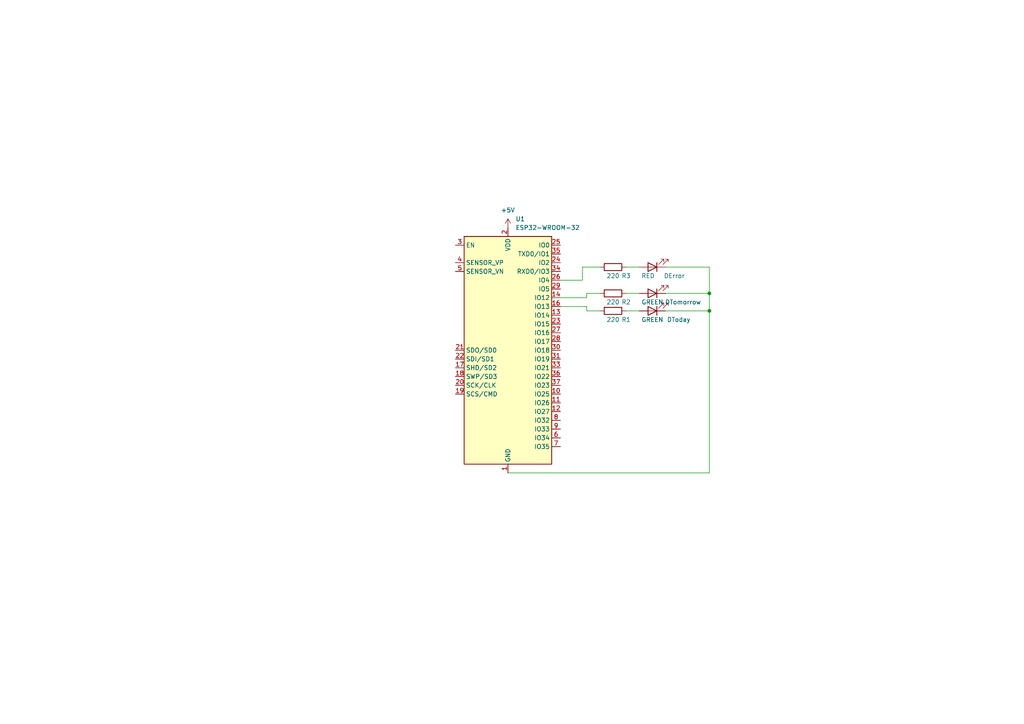
<source format=kicad_sch>
(kicad_sch (version 20230121) (generator eeschema)
  (paper "A4")
  (lib_symbols
    (symbol "Device:LED" (pin_numbers hide) (pin_names (offset 1.016) hide)
      (property "Reference" "D" (at 0 2.54 0))
      (property "Value" "LED" (at 0 -2.54 0))
      (symbol "LED_0_1"
        (polyline (pts (xy -1.27 -1.27) (xy -1.27 1.27)) (stroke (width 0.254)))
        (polyline (pts (xy -1.27 0) (xy 1.27 0)))
        (polyline (pts (xy 1.27 -1.27) (xy 1.27 1.27) (xy -1.27 0) (xy 1.27 -1.27)) (stroke (width 0.254)))
        (polyline (pts (xy -3.048 -0.762) (xy -4.572 -2.286) (xy -3.81 -2.286) (xy -4.572 -2.286) (xy -4.572 -1.524)))
        (polyline (pts (xy -1.778 -0.762) (xy -3.302 -2.286) (xy -2.54 -2.286) (xy -3.302 -2.286) (xy -3.302 -1.524)))
      )
      (symbol "LED_1_1"
        (pin passive line (at -3.81 0 0) (length 2.54) (name "K") (number "1"))
        (pin passive line (at 3.81 0 180) (length 2.54) (name "A") (number "2"))
      )
    )
    (symbol "Device:R" (pin_numbers hide) (pin_names (offset 0))
      (property "Reference" "R" (at 2.032 0 90))
      (property "Value" "R" (at 0 0 90))
      (symbol "R_0_1"
        (rectangle (start -1.016 -2.54) (end 1.016 2.54) (stroke (width 0.254)))
      )
      (symbol "R_1_1"
        (pin passive line (at 0 3.81 270) (length 1.27) (name "~") (number "1"))
        (pin passive line (at 0 -3.81 90) (length 1.27) (name "~") (number "2"))
      )
    )
    (symbol "RF_Module:ESP32-WROOM-32"
      (property "Reference" "U" (at -12.7 34.29 0))
      (property "Value" "ESP32-WROOM-32" (at 1.27 34.29 0))
      (symbol "ESP32-WROOM-32_0_1"
        (rectangle (start -12.7 33.02) (end 12.7 -33.02) (stroke (width 0.254)) (fill (type background)))
      )
      (symbol "ESP32-WROOM-32_1_1"
        (pin power_in line (at 0 -35.56 90) (length 2.54) (name "GND") (number "1"))
        (pin bidirectional line (at 15.24 -12.7 180) (length 2.54) (name "IO25") (number "10"))
        (pin bidirectional line (at 15.24 -15.24 180) (length 2.54) (name "IO26") (number "11"))
        (pin bidirectional line (at 15.24 -17.78 180) (length 2.54) (name "IO27") (number "12"))
        (pin bidirectional line (at 15.24 10.16 180) (length 2.54) (name "IO14") (number "13"))
        (pin bidirectional line (at 15.24 15.24 180) (length 2.54) (name "IO12") (number "14"))
        (pin passive line (at 0 -35.56 90) (length 2.54) hide (name "GND") (number "15"))
        (pin bidirectional line (at 15.24 12.7 180) (length 2.54) (name "IO13") (number "16"))
        (pin bidirectional line (at -15.24 -5.08 0) (length 2.54) (name "SHD/SD2") (number "17"))
        (pin bidirectional line (at -15.24 -7.62 0) (length 2.54) (name "SWP/SD3") (number "18"))
        (pin bidirectional line (at -15.24 -12.7 0) (length 2.54) (name "SCS/CMD") (number "19"))
        (pin power_in line (at 0 35.56 270) (length 2.54) (name "VDD") (number "2"))
        (pin bidirectional line (at -15.24 -10.16 0) (length 2.54) (name "SCK/CLK") (number "20"))
        (pin bidirectional line (at -15.24 0 0) (length 2.54) (name "SDO/SD0") (number "21"))
        (pin bidirectional line (at -15.24 -2.54 0) (length 2.54) (name "SDI/SD1") (number "22"))
        (pin bidirectional line (at 15.24 7.62 180) (length 2.54) (name "IO15") (number "23"))
        (pin bidirectional line (at 15.24 25.4 180) (length 2.54) (name "IO2") (number "24"))
        (pin bidirectional line (at 15.24 30.48 180) (length 2.54) (name "IO0") (number "25"))
        (pin bidirectional line (at 15.24 20.32 180) (length 2.54) (name "IO4") (number "26"))
        (pin bidirectional line (at 15.24 5.08 180) (length 2.54) (name "IO16") (number "27"))
        (pin bidirectional line (at 15.24 2.54 180) (length 2.54) (name "IO17") (number "28"))
        (pin bidirectional line (at 15.24 17.78 180) (length 2.54) (name "IO5") (number "29"))
        (pin input line (at -15.24 30.48 0) (length 2.54) (name "EN") (number "3"))
        (pin bidirectional line (at 15.24 0 180) (length 2.54) (name "IO18") (number "30"))
        (pin bidirectional line (at 15.24 -2.54 180) (length 2.54) (name "IO19") (number "31"))
        (pin no_connect line (at -12.7 -27.94 0) (length 2.54) hide (name "NC") (number "32"))
        (pin bidirectional line (at 15.24 -5.08 180) (length 2.54) (name "IO21") (number "33"))
        (pin bidirectional line (at 15.24 22.86 180) (length 2.54) (name "RXD0/IO3") (number "34"))
        (pin bidirectional line (at 15.24 27.94 180) (length 2.54) (name "TXD0/IO1") (number "35"))
        (pin bidirectional line (at 15.24 -7.62 180) (length 2.54) (name "IO22") (number "36"))
        (pin bidirectional line (at 15.24 -10.16 180) (length 2.54) (name "IO23") (number "37"))
        (pin passive line (at 0 -35.56 90) (length 2.54) hide (name "GND") (number "38"))
        (pin passive line (at 0 -35.56 90) (length 2.54) hide (name "GND") (number "39"))
        (pin input line (at -15.24 25.4 0) (length 2.54) (name "SENSOR_VP") (number "4"))
        (pin input line (at -15.24 22.86 0) (length 2.54) (name "SENSOR_VN") (number "5"))
        (pin input line (at 15.24 -25.4 180) (length 2.54) (name "IO34") (number "6"))
        (pin input line (at 15.24 -27.94 180) (length 2.54) (name "IO35") (number "7"))
        (pin bidirectional line (at 15.24 -20.32 180) (length 2.54) (name "IO32") (number "8"))
        (pin bidirectional line (at 15.24 -22.86 180) (length 2.54) (name "IO33") (number "9"))
      )
    )
    (symbol "power:+5V" (power) (pin_names (offset 0))
      (property "Value" "+5V" (at 0 3.556 0))
      (symbol "+5V_0_1"
        (polyline (pts (xy -0.762 1.27) (xy 0 2.54)))
        (polyline (pts (xy 0 0) (xy 0 2.54)))
        (polyline (pts (xy 0 2.54) (xy 0.762 1.27)))
      )
      (symbol "+5V_1_1"
        (pin power_in line (at 0 0 90) (length 0) hide (name "+5V") (number "1"))
      )
    )
  )
  (junction (at 205.74 85.09))
  (junction (at 205.74 90.17))
  (wire (pts (xy 205.74 77.47) (xy 193.04 77.47)))
  (wire (pts (xy 162.56 81.28) (xy 168.91 81.28)))
  (wire (pts (xy 162.56 86.36) (xy 170.18 86.36)))
  (wire (pts (xy 193.04 90.17) (xy 205.74 90.17)))
  (wire (pts (xy 205.74 137.16) (xy 147.32 137.16)))
  (wire (pts (xy 170.18 88.9) (xy 170.18 90.17)))
  (wire (pts (xy 168.91 77.47) (xy 173.99 77.47)))
  (wire (pts (xy 205.74 90.17) (xy 205.74 85.09)))
  (wire (pts (xy 205.74 90.17) (xy 205.74 137.16)))
  (wire (pts (xy 205.74 85.09) (xy 205.74 77.47)))
  (wire (pts (xy 181.61 77.47) (xy 185.42 77.47)))
  (wire (pts (xy 170.18 85.09) (xy 173.99 85.09)))
  (wire (pts (xy 168.91 81.28) (xy 168.91 77.47)))
  (wire (pts (xy 181.61 90.17) (xy 185.42 90.17)))
  (wire (pts (xy 193.04 85.09) (xy 205.74 85.09)))
  (wire (pts (xy 181.61 85.09) (xy 185.42 85.09)))
  (wire (pts (xy 170.18 86.36) (xy 170.18 85.09)))
  (wire (pts (xy 170.18 90.17) (xy 173.99 90.17)))
  (wire (pts (xy 162.56 88.9) (xy 170.18 88.9)))
  (symbol (lib_id "Device:R") (at 177.8 90.17 90) (unit 1)
    (property "Reference" "R1" (at 181.61 92.71 90))
    (property "Value" "220" (at 177.8 92.71 90))
  )
  (symbol (lib_id "Device:LED") (at 189.23 85.09 180) (unit 1)
    (property "Reference" "DTomorrow" (at 198.12 87.63 0))
    (property "Value" "GREEN" (at 189.23 87.63 0))
  )
  (symbol (lib_id "RF_Module:ESP32-WROOM-32") (at 147.32 101.6 0) (unit 1)
    (property "Reference" "U1" (at 149.5141 63.5 0) (effects (justify left)))
    (property "Value" "ESP32-WROOM-32" (at 149.5141 66.04 0) (effects (justify left)))
    (property "Footprint" "RF_Module:ESP32-WROOM-32" (effects hide))
    (property "Datasheet" "https://www.espressif.com/sites/default/files/documentation/esp32-wroom-32_datasheet_en.pdf" (effects hide))
  )
  (symbol (lib_id "power:+5V") (at 147.32 66.04 0) (unit 1)
    (property "Reference" "#PWR01" (effects hide))
    (property "Value" "+5V" (at 147.32 60.96 0))
  )
  (symbol (lib_id "Device:LED") (at 189.23 77.47 180) (unit 1)
    (property "Reference" "DError" (at 195.58 80.01 0))
    (property "Value" "RED" (at 187.96 80.01 0))
  )
  (symbol (lib_id "Device:R") (at 177.8 85.09 90) (unit 1)
    (property "Reference" "R2" (at 181.61 87.63 90))
    (property "Value" "220" (at 177.8 87.63 90))
  )
  (symbol (lib_id "Device:R") (at 177.8 77.47 90) (unit 1)
    (property "Reference" "R3" (at 181.61 80.01 90))
    (property "Value" "220" (at 177.8 80.01 90))
  )
  (symbol (lib_id "Device:LED") (at 189.23 90.17 180) (unit 1)
    (property "Reference" "DToday" (at 196.85 92.71 0))
    (property "Value" "GREEN" (at 189.23 92.71 0))
  )
)
</source>
